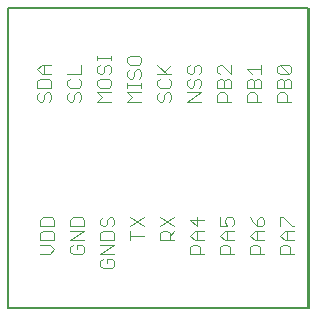
<source format=gto>
G75*
%MOIN*%
%OFA0B0*%
%FSLAX25Y25*%
%IPPOS*%
%LPD*%
%AMOC8*
5,1,8,0,0,1.08239X$1,22.5*
%
%ADD10C,0.00000*%
%ADD11C,0.00400*%
%ADD12C,0.00500*%
D10*
X0005829Y0005829D02*
X0005829Y0105790D01*
X0106030Y0105790D01*
X0106030Y0005829D01*
X0005829Y0005829D01*
D11*
X0016525Y0023717D02*
X0019595Y0023717D01*
X0021129Y0025252D01*
X0019595Y0026787D01*
X0016525Y0026787D01*
X0016525Y0028321D02*
X0016525Y0030623D01*
X0017293Y0031391D01*
X0020362Y0031391D01*
X0021129Y0030623D01*
X0021129Y0028321D01*
X0016525Y0028321D01*
X0016525Y0032925D02*
X0016525Y0035227D01*
X0017293Y0035994D01*
X0020362Y0035994D01*
X0021129Y0035227D01*
X0021129Y0032925D01*
X0016525Y0032925D01*
X0026525Y0032925D02*
X0026525Y0035227D01*
X0027293Y0035994D01*
X0030362Y0035994D01*
X0031129Y0035227D01*
X0031129Y0032925D01*
X0026525Y0032925D01*
X0026525Y0031391D02*
X0031129Y0031391D01*
X0026525Y0028321D01*
X0031129Y0028321D01*
X0030362Y0026787D02*
X0028827Y0026787D01*
X0028827Y0025252D01*
X0027293Y0026787D02*
X0026525Y0026019D01*
X0026525Y0024485D01*
X0027293Y0023717D01*
X0030362Y0023717D01*
X0031129Y0024485D01*
X0031129Y0026019D01*
X0030362Y0026787D01*
X0036525Y0026787D02*
X0041129Y0026787D01*
X0036525Y0023717D01*
X0041129Y0023717D01*
X0040362Y0022183D02*
X0038827Y0022183D01*
X0038827Y0020648D01*
X0037293Y0019113D02*
X0040362Y0019113D01*
X0041129Y0019881D01*
X0041129Y0021415D01*
X0040362Y0022183D01*
X0037293Y0022183D02*
X0036525Y0021415D01*
X0036525Y0019881D01*
X0037293Y0019113D01*
X0036525Y0028321D02*
X0036525Y0030623D01*
X0037293Y0031391D01*
X0040362Y0031391D01*
X0041129Y0030623D01*
X0041129Y0028321D01*
X0036525Y0028321D01*
X0037293Y0032925D02*
X0038060Y0032925D01*
X0038827Y0033692D01*
X0038827Y0035227D01*
X0039595Y0035994D01*
X0040362Y0035994D01*
X0041129Y0035227D01*
X0041129Y0033692D01*
X0040362Y0032925D01*
X0037293Y0032925D02*
X0036525Y0033692D01*
X0036525Y0035227D01*
X0037293Y0035994D01*
X0046525Y0035994D02*
X0051129Y0032925D01*
X0051129Y0029856D02*
X0046525Y0029856D01*
X0046525Y0028321D02*
X0046525Y0031391D01*
X0046525Y0032925D02*
X0051129Y0035994D01*
X0056525Y0035994D02*
X0061129Y0032925D01*
X0061129Y0031391D02*
X0059595Y0029856D01*
X0059595Y0030623D02*
X0059595Y0028321D01*
X0061129Y0028321D02*
X0056525Y0028321D01*
X0056525Y0030623D01*
X0057293Y0031391D01*
X0058827Y0031391D01*
X0059595Y0030623D01*
X0056525Y0032925D02*
X0061129Y0035994D01*
X0066525Y0035227D02*
X0068827Y0032925D01*
X0068827Y0035994D01*
X0071129Y0035227D02*
X0066525Y0035227D01*
X0068060Y0031391D02*
X0071129Y0031391D01*
X0068827Y0031391D02*
X0068827Y0028321D01*
X0068060Y0028321D02*
X0066525Y0029856D01*
X0068060Y0031391D01*
X0068060Y0028321D02*
X0071129Y0028321D01*
X0069595Y0026019D02*
X0069595Y0023717D01*
X0071129Y0023717D02*
X0066525Y0023717D01*
X0066525Y0026019D01*
X0067293Y0026787D01*
X0068827Y0026787D01*
X0069595Y0026019D01*
X0076525Y0026019D02*
X0076525Y0023717D01*
X0081129Y0023717D01*
X0079595Y0023717D02*
X0079595Y0026019D01*
X0078827Y0026787D01*
X0077293Y0026787D01*
X0076525Y0026019D01*
X0078060Y0028321D02*
X0076525Y0029856D01*
X0078060Y0031391D01*
X0081129Y0031391D01*
X0080362Y0032925D02*
X0081129Y0033692D01*
X0081129Y0035227D01*
X0080362Y0035994D01*
X0078827Y0035994D01*
X0078060Y0035227D01*
X0078060Y0034460D01*
X0078827Y0032925D01*
X0076525Y0032925D01*
X0076525Y0035994D01*
X0078827Y0031391D02*
X0078827Y0028321D01*
X0078060Y0028321D02*
X0081129Y0028321D01*
X0086525Y0029856D02*
X0088060Y0031391D01*
X0091129Y0031391D01*
X0090362Y0032925D02*
X0091129Y0033692D01*
X0091129Y0035227D01*
X0090362Y0035994D01*
X0089595Y0035994D01*
X0088827Y0035227D01*
X0088827Y0032925D01*
X0090362Y0032925D01*
X0088827Y0032925D02*
X0087293Y0034460D01*
X0086525Y0035994D01*
X0088827Y0031391D02*
X0088827Y0028321D01*
X0088060Y0028321D02*
X0086525Y0029856D01*
X0088060Y0028321D02*
X0091129Y0028321D01*
X0088827Y0026787D02*
X0089595Y0026019D01*
X0089595Y0023717D01*
X0091129Y0023717D02*
X0086525Y0023717D01*
X0086525Y0026019D01*
X0087293Y0026787D01*
X0088827Y0026787D01*
X0096525Y0026019D02*
X0096525Y0023717D01*
X0101129Y0023717D01*
X0099595Y0023717D02*
X0099595Y0026019D01*
X0098827Y0026787D01*
X0097293Y0026787D01*
X0096525Y0026019D01*
X0098060Y0028321D02*
X0096525Y0029856D01*
X0098060Y0031391D01*
X0101129Y0031391D01*
X0101129Y0032925D02*
X0100362Y0032925D01*
X0097293Y0035994D01*
X0096525Y0035994D01*
X0096525Y0032925D01*
X0098827Y0031391D02*
X0098827Y0028321D01*
X0098060Y0028321D02*
X0101129Y0028321D01*
X0100129Y0074529D02*
X0095525Y0074529D01*
X0095525Y0076831D01*
X0096293Y0077598D01*
X0097827Y0077598D01*
X0098595Y0076831D01*
X0098595Y0074529D01*
X0097827Y0079133D02*
X0097827Y0081435D01*
X0098595Y0082202D01*
X0099362Y0082202D01*
X0100129Y0081435D01*
X0100129Y0079133D01*
X0095525Y0079133D01*
X0095525Y0081435D01*
X0096293Y0082202D01*
X0097060Y0082202D01*
X0097827Y0081435D01*
X0096293Y0083737D02*
X0095525Y0084504D01*
X0095525Y0086039D01*
X0096293Y0086806D01*
X0099362Y0083737D01*
X0100129Y0084504D01*
X0100129Y0086039D01*
X0099362Y0086806D01*
X0096293Y0086806D01*
X0096293Y0083737D02*
X0099362Y0083737D01*
X0090129Y0083737D02*
X0090129Y0086806D01*
X0090129Y0085272D02*
X0085525Y0085272D01*
X0087060Y0083737D01*
X0087060Y0082202D02*
X0087827Y0081435D01*
X0087827Y0079133D01*
X0087827Y0077598D02*
X0086293Y0077598D01*
X0085525Y0076831D01*
X0085525Y0074529D01*
X0090129Y0074529D01*
X0088595Y0074529D02*
X0088595Y0076831D01*
X0087827Y0077598D01*
X0085525Y0079133D02*
X0085525Y0081435D01*
X0086293Y0082202D01*
X0087060Y0082202D01*
X0087827Y0081435D02*
X0088595Y0082202D01*
X0089362Y0082202D01*
X0090129Y0081435D01*
X0090129Y0079133D01*
X0085525Y0079133D01*
X0080129Y0079133D02*
X0080129Y0081435D01*
X0079362Y0082202D01*
X0078595Y0082202D01*
X0077827Y0081435D01*
X0077827Y0079133D01*
X0077827Y0077598D02*
X0078595Y0076831D01*
X0078595Y0074529D01*
X0080129Y0074529D02*
X0075525Y0074529D01*
X0075525Y0076831D01*
X0076293Y0077598D01*
X0077827Y0077598D01*
X0075525Y0079133D02*
X0075525Y0081435D01*
X0076293Y0082202D01*
X0077060Y0082202D01*
X0077827Y0081435D01*
X0076293Y0083737D02*
X0075525Y0084504D01*
X0075525Y0086039D01*
X0076293Y0086806D01*
X0077060Y0086806D01*
X0080129Y0083737D01*
X0080129Y0086806D01*
X0080129Y0079133D02*
X0075525Y0079133D01*
X0070129Y0079900D02*
X0069362Y0079133D01*
X0070129Y0079900D02*
X0070129Y0081435D01*
X0069362Y0082202D01*
X0068595Y0082202D01*
X0067827Y0081435D01*
X0067827Y0079900D01*
X0067060Y0079133D01*
X0066293Y0079133D01*
X0065525Y0079900D01*
X0065525Y0081435D01*
X0066293Y0082202D01*
X0066293Y0083737D02*
X0067060Y0083737D01*
X0067827Y0084504D01*
X0067827Y0086039D01*
X0068595Y0086806D01*
X0069362Y0086806D01*
X0070129Y0086039D01*
X0070129Y0084504D01*
X0069362Y0083737D01*
X0066293Y0083737D02*
X0065525Y0084504D01*
X0065525Y0086039D01*
X0066293Y0086806D01*
X0060129Y0086806D02*
X0057827Y0084504D01*
X0058595Y0083737D02*
X0055525Y0086806D01*
X0055525Y0083737D02*
X0060129Y0083737D01*
X0059362Y0082202D02*
X0060129Y0081435D01*
X0060129Y0079900D01*
X0059362Y0079133D01*
X0056293Y0079133D01*
X0055525Y0079900D01*
X0055525Y0081435D01*
X0056293Y0082202D01*
X0056293Y0077598D02*
X0055525Y0076831D01*
X0055525Y0075296D01*
X0056293Y0074529D01*
X0057060Y0074529D01*
X0057827Y0075296D01*
X0057827Y0076831D01*
X0058595Y0077598D01*
X0059362Y0077598D01*
X0060129Y0076831D01*
X0060129Y0075296D01*
X0059362Y0074529D01*
X0065525Y0074529D02*
X0070129Y0077598D01*
X0065525Y0077598D01*
X0065525Y0074529D02*
X0070129Y0074529D01*
X0050129Y0074529D02*
X0045525Y0074529D01*
X0047060Y0076064D01*
X0045525Y0077598D01*
X0050129Y0077598D01*
X0050129Y0079133D02*
X0050129Y0080668D01*
X0050129Y0079900D02*
X0045525Y0079900D01*
X0045525Y0079133D02*
X0045525Y0080668D01*
X0046293Y0082202D02*
X0047060Y0082202D01*
X0047827Y0082970D01*
X0047827Y0084504D01*
X0048595Y0085272D01*
X0049362Y0085272D01*
X0050129Y0084504D01*
X0050129Y0082970D01*
X0049362Y0082202D01*
X0046293Y0082202D02*
X0045525Y0082970D01*
X0045525Y0084504D01*
X0046293Y0085272D01*
X0046293Y0086806D02*
X0049362Y0086806D01*
X0050129Y0087574D01*
X0050129Y0089108D01*
X0049362Y0089876D01*
X0046293Y0089876D01*
X0045525Y0089108D01*
X0045525Y0087574D01*
X0046293Y0086806D01*
X0040129Y0086039D02*
X0040129Y0084504D01*
X0039362Y0083737D01*
X0039362Y0082202D02*
X0036293Y0082202D01*
X0035525Y0081435D01*
X0035525Y0079900D01*
X0036293Y0079133D01*
X0039362Y0079133D01*
X0040129Y0079900D01*
X0040129Y0081435D01*
X0039362Y0082202D01*
X0037060Y0083737D02*
X0037827Y0084504D01*
X0037827Y0086039D01*
X0038595Y0086806D01*
X0039362Y0086806D01*
X0040129Y0086039D01*
X0040129Y0088341D02*
X0040129Y0089876D01*
X0040129Y0089108D02*
X0035525Y0089108D01*
X0035525Y0088341D02*
X0035525Y0089876D01*
X0036293Y0086806D02*
X0035525Y0086039D01*
X0035525Y0084504D01*
X0036293Y0083737D01*
X0037060Y0083737D01*
X0035525Y0077598D02*
X0040129Y0077598D01*
X0040129Y0074529D02*
X0035525Y0074529D01*
X0037060Y0076064D01*
X0035525Y0077598D01*
X0030129Y0076831D02*
X0030129Y0075296D01*
X0029362Y0074529D01*
X0027827Y0075296D02*
X0027827Y0076831D01*
X0028595Y0077598D01*
X0029362Y0077598D01*
X0030129Y0076831D01*
X0029362Y0079133D02*
X0030129Y0079900D01*
X0030129Y0081435D01*
X0029362Y0082202D01*
X0030129Y0083737D02*
X0030129Y0086806D01*
X0030129Y0083737D02*
X0025525Y0083737D01*
X0026293Y0082202D02*
X0025525Y0081435D01*
X0025525Y0079900D01*
X0026293Y0079133D01*
X0029362Y0079133D01*
X0026293Y0077598D02*
X0025525Y0076831D01*
X0025525Y0075296D01*
X0026293Y0074529D01*
X0027060Y0074529D01*
X0027827Y0075296D01*
X0020129Y0075296D02*
X0019362Y0074529D01*
X0020129Y0075296D02*
X0020129Y0076831D01*
X0019362Y0077598D01*
X0018595Y0077598D01*
X0017827Y0076831D01*
X0017827Y0075296D01*
X0017060Y0074529D01*
X0016293Y0074529D01*
X0015525Y0075296D01*
X0015525Y0076831D01*
X0016293Y0077598D01*
X0015525Y0079133D02*
X0015525Y0081435D01*
X0016293Y0082202D01*
X0019362Y0082202D01*
X0020129Y0081435D01*
X0020129Y0079133D01*
X0015525Y0079133D01*
X0017060Y0083737D02*
X0015525Y0085272D01*
X0017060Y0086806D01*
X0020129Y0086806D01*
X0017827Y0086806D02*
X0017827Y0083737D01*
X0017060Y0083737D02*
X0020129Y0083737D01*
D12*
X0005829Y0005829D02*
X0105829Y0005829D01*
X0105829Y0105829D01*
X0005829Y0105829D01*
X0005829Y0005829D01*
M02*

</source>
